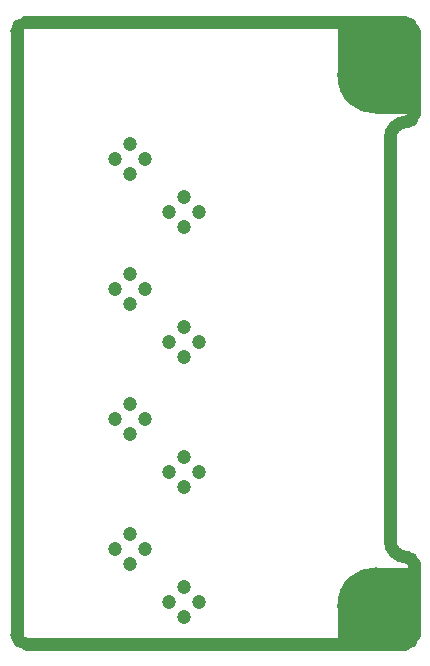
<source format=gts>
G04*
G04 #@! TF.GenerationSoftware,Altium Limited,Altium Designer,25.3.2 (17)*
G04*
G04 Layer_Color=8388736*
%FSLAX44Y44*%
%MOMM*%
G71*
G04*
G04 #@! TF.SameCoordinates,D9C597C5-9DFD-42FE-9E8E-5E5B82B02BC8*
G04*
G04*
G04 #@! TF.FilePolarity,Negative*
G04*
G01*
G75*
%ADD13C,1.0922*%
%ADD14R,3.3586X3.3626*%
%ADD15R,6.5336X4.6587*%
%ADD16R,3.3782X3.3587*%
%ADD17R,3.3565X6.5340*%
%ADD18C,1.2032*%
%ADD19C,6.5532*%
%ADD20C,0.8032*%
G36*
X336160Y522595D02*
X336164Y522595D01*
X336227Y522587D01*
X336289Y522580D01*
X336293Y522579D01*
X336297Y522579D01*
X336357Y522564D01*
X336418Y522548D01*
X336422Y522547D01*
X336426Y522546D01*
X336483Y522523D01*
X336542Y522500D01*
X336546Y522498D01*
X336549Y522496D01*
X336603Y522466D01*
X336659Y522435D01*
X336662Y522433D01*
X336665Y522431D01*
X336716Y522393D01*
X336766Y522356D01*
X336768Y522353D01*
X336772Y522351D01*
X336817Y522307D01*
X336862Y522264D01*
X336864Y522261D01*
X336867Y522258D01*
X336906Y522208D01*
X336945Y522160D01*
X336947Y522156D01*
X336949Y522153D01*
X345839Y509151D01*
X345865Y509108D01*
X345892Y509065D01*
X345899Y509050D01*
X345907Y509036D01*
X345927Y508990D01*
X345948Y508945D01*
X345953Y508929D01*
X345959Y508914D01*
X345973Y508865D01*
X345988Y508817D01*
X345990Y508802D01*
X345995Y508786D01*
X346002Y508736D01*
X346011Y508686D01*
X346011Y508670D01*
X346014Y508654D01*
X346014Y508604D01*
X346017Y508553D01*
X345963Y506176D01*
X345960Y506145D01*
X345959Y506115D01*
X345528Y500877D01*
X345523Y500845D01*
X345521Y500812D01*
X344658Y494930D01*
X344651Y494899D01*
X344647Y494868D01*
X342543Y484836D01*
X342537Y484813D01*
X342533Y484790D01*
X340591Y477297D01*
X340576Y477252D01*
X340563Y477207D01*
X340555Y477189D01*
X340549Y477170D01*
X340529Y477128D01*
X340510Y477085D01*
X340500Y477068D01*
X340491Y477050D01*
X340466Y477011D01*
X340441Y476971D01*
X340429Y476955D01*
X340418Y476939D01*
X340387Y476903D01*
X340358Y476867D01*
X340344Y476853D01*
X340331Y476838D01*
X340296Y476807D01*
X340262Y476774D01*
X340247Y476763D01*
X340232Y476749D01*
X340193Y476723D01*
X340155Y476695D01*
X340138Y476686D01*
X340122Y476675D01*
X340080Y476653D01*
X340039Y476631D01*
X340021Y476624D01*
X340003Y476615D01*
X339958Y476599D01*
X339915Y476582D01*
X339896Y476577D01*
X339877Y476571D01*
X339831Y476561D01*
X339786Y476550D01*
X339766Y476548D01*
X339747Y476544D01*
X339700Y476540D01*
X339653Y476535D01*
X339634Y476535D01*
X339614Y476534D01*
X339567Y476537D01*
X339520Y476538D01*
X339501Y476540D01*
X339481Y476542D01*
X339434Y476550D01*
X339388Y476557D01*
X339370Y476563D01*
X339350Y476567D01*
X339305Y476581D01*
X339260Y476594D01*
X339242Y476602D01*
X339224Y476608D01*
X339181Y476629D01*
X339138Y476647D01*
X339121Y476658D01*
X339104Y476666D01*
X339064Y476692D01*
X339024Y476716D01*
X339009Y476728D01*
X338992Y476739D01*
X338956Y476770D01*
X338920Y476799D01*
X338907Y476813D01*
X338891Y476826D01*
X338860Y476861D01*
X338828Y476895D01*
X338816Y476911D01*
X338803Y476926D01*
X338776Y476965D01*
X338749Y477002D01*
X338739Y477020D01*
X338728Y477036D01*
X338707Y477078D01*
X338684Y477119D01*
X338677Y477137D01*
X338668Y477155D01*
X338653Y477199D01*
X338635Y477243D01*
X328095Y510297D01*
X328084Y510343D01*
X328070Y510389D01*
X328068Y510407D01*
X328063Y510426D01*
X328058Y510473D01*
X328051Y510521D01*
X328050Y510539D01*
X328048Y510558D01*
X328049Y510606D01*
X328048Y510654D01*
X328050Y510672D01*
X328051Y510691D01*
X328058Y510739D01*
X328063Y510786D01*
X328068Y510805D01*
X328070Y510823D01*
X328084Y510869D01*
X328095Y510915D01*
X328102Y510933D01*
X328107Y510951D01*
X328126Y510995D01*
X328144Y511039D01*
X328153Y511056D01*
X328161Y511073D01*
X328185Y511114D01*
X328208Y511156D01*
X335252Y522128D01*
X335254Y522132D01*
X335256Y522135D01*
X335294Y522186D01*
X335331Y522236D01*
X335334Y522238D01*
X335336Y522242D01*
X335380Y522287D01*
X335423Y522331D01*
X335426Y522334D01*
X335429Y522337D01*
X335479Y522376D01*
X335527Y522414D01*
X335531Y522416D01*
X335534Y522419D01*
X335588Y522451D01*
X335642Y522483D01*
X335645Y522485D01*
X335648Y522487D01*
X335706Y522511D01*
X335764Y522536D01*
X335767Y522537D01*
X335771Y522539D01*
X335833Y522556D01*
X335892Y522573D01*
X335895Y522574D01*
X335899Y522575D01*
X335961Y522584D01*
X336023Y522593D01*
X336027Y522593D01*
X336031Y522594D01*
X336094Y522594D01*
X336157Y522595D01*
X336160Y522595D01*
D02*
G37*
G36*
X339667Y45359D02*
X339687Y45359D01*
X339732Y45353D01*
X339779Y45350D01*
X339799Y45346D01*
X339819Y45343D01*
X339864Y45332D01*
X339909Y45322D01*
X339928Y45316D01*
X339948Y45311D01*
X339992Y45293D01*
X340035Y45278D01*
X340053Y45269D01*
X340072Y45261D01*
X340112Y45239D01*
X340154Y45218D01*
X340171Y45206D01*
X340188Y45196D01*
X340225Y45169D01*
X340264Y45142D01*
X340279Y45129D01*
X340295Y45117D01*
X340328Y45085D01*
X340363Y45054D01*
X340376Y45038D01*
X340391Y45024D01*
X340419Y44988D01*
X340449Y44952D01*
X340461Y44935D01*
X340473Y44919D01*
X340497Y44880D01*
X340522Y44841D01*
X340531Y44823D01*
X340541Y44805D01*
X340560Y44763D01*
X340580Y44721D01*
X340586Y44701D01*
X340594Y44683D01*
X340607Y44638D01*
X340621Y44594D01*
X342545Y37071D01*
X342549Y37048D01*
X342555Y37025D01*
X344639Y26962D01*
X344644Y26932D01*
X344650Y26902D01*
X345505Y21009D01*
X345508Y20977D01*
X345512Y20946D01*
X345940Y15705D01*
X345940Y15675D01*
X345943Y15645D01*
X345996Y13270D01*
X345994Y13228D01*
X345995Y13186D01*
X345992Y13161D01*
X345990Y13137D01*
X345983Y13096D01*
X345978Y13054D01*
X345972Y13030D01*
X345967Y13005D01*
X345955Y12965D01*
X345944Y12925D01*
X345935Y12902D01*
X345928Y12878D01*
X345910Y12840D01*
X345894Y12802D01*
X345882Y12780D01*
X345871Y12758D01*
X345849Y12722D01*
X345828Y12686D01*
X345813Y12666D01*
X345800Y12645D01*
X345773Y12613D01*
X345748Y12580D01*
X345730Y12562D01*
X345714Y12543D01*
X345684Y12515D01*
X345654Y12485D01*
X345634Y12470D01*
X345616Y12453D01*
X345582Y12429D01*
X345549Y12404D01*
X345527Y12391D01*
X345507Y12377D01*
X345470Y12357D01*
X345434Y12336D01*
X345411Y12327D01*
X345389Y12315D01*
X345350Y12301D01*
X345311Y12284D01*
X345287Y12278D01*
X345264Y12269D01*
X345223Y12260D01*
X345183Y12249D01*
X336293Y10426D01*
X336292Y10426D01*
X336292Y10426D01*
X336213Y10415D01*
X336161Y10408D01*
X336161D01*
X336160Y10408D01*
X336066Y10407D01*
X336028Y10407D01*
X336027Y10407D01*
X336027D01*
X335954Y10417D01*
X335896Y10424D01*
X335895Y10424D01*
X335895Y10424D01*
X335822Y10443D01*
X335767Y10458D01*
X335766Y10458D01*
X335766Y10458D01*
X335694Y10487D01*
X335643Y10508D01*
X335643Y10508D01*
X335643Y10508D01*
X335589Y10539D01*
X335528Y10574D01*
X335527Y10574D01*
X335527Y10574D01*
X335468Y10619D01*
X335421Y10654D01*
X335421Y10654D01*
X335421Y10655D01*
X335362Y10713D01*
X335327Y10748D01*
X335327Y10748D01*
X335326Y10748D01*
X335284Y10803D01*
X335245Y10853D01*
X335245Y10853D01*
X335245Y10854D01*
X335210Y10913D01*
X335178Y10968D01*
X335178Y10968D01*
X335177Y10969D01*
X335153Y11028D01*
X335126Y11091D01*
X335126Y11091D01*
X335126Y11091D01*
X335112Y11143D01*
X335091Y11219D01*
X335091Y11219D01*
X335091Y11220D01*
X335082Y11284D01*
X335073Y11351D01*
Y11351D01*
X335073Y11352D01*
X335008Y12264D01*
X334861Y12800D01*
X334705Y13043D01*
X334569Y13132D01*
X334302Y13173D01*
X333777Y13088D01*
X333006Y12793D01*
X332368Y12445D01*
X332047Y11884D01*
X331721Y11113D01*
X331604Y10578D01*
X331625Y10310D01*
X331679Y10211D01*
X331837Y10097D01*
X332268Y9967D01*
X333078Y9905D01*
X333120Y9899D01*
X333163Y9895D01*
X333186Y9890D01*
X333210Y9886D01*
X333251Y9875D01*
X333293Y9865D01*
X333315Y9857D01*
X333338Y9851D01*
X333377Y9834D01*
X333417Y9819D01*
X333439Y9808D01*
X333461Y9798D01*
X333497Y9777D01*
X333535Y9757D01*
X333555Y9742D01*
X333575Y9730D01*
X333609Y9704D01*
X333644Y9679D01*
X333661Y9663D01*
X333680Y9648D01*
X333710Y9618D01*
X333741Y9589D01*
X333756Y9570D01*
X333773Y9553D01*
X333799Y9519D01*
X333826Y9486D01*
X333839Y9466D01*
X333853Y9446D01*
X333874Y9409D01*
X333897Y9373D01*
X333907Y9351D01*
X333918Y9330D01*
X333934Y9290D01*
X333952Y9252D01*
X333959Y9229D01*
X333968Y9207D01*
X333979Y9165D01*
X333991Y9125D01*
X333995Y9101D01*
X334001Y9078D01*
X334006Y9035D01*
X334013Y8993D01*
X334014Y8969D01*
X334017Y8946D01*
X334016Y8903D01*
X334018Y8860D01*
X334016Y8836D01*
X334016Y8812D01*
X334009Y8770D01*
X334005Y8727D01*
X332569Y-162D01*
X332555Y-222D01*
X332541Y-286D01*
X332539Y-289D01*
X332539Y-292D01*
X332517Y-351D01*
X332495Y-411D01*
X332494Y-414D01*
X332492Y-417D01*
X332461Y-476D01*
X332433Y-529D01*
X332432Y-532D01*
X332430Y-535D01*
X332393Y-587D01*
X332357Y-638D01*
X332355Y-640D01*
X332353Y-643D01*
X332310Y-689D01*
X332267Y-736D01*
X332264Y-738D01*
X332262Y-741D01*
X332215Y-780D01*
X332165Y-822D01*
X332162Y-824D01*
X332159Y-826D01*
X332107Y-858D01*
X332052Y-893D01*
X332049Y-895D01*
X332046Y-896D01*
X331992Y-921D01*
X331932Y-949D01*
X331928Y-950D01*
X331925Y-952D01*
X331867Y-970D01*
X331805Y-989D01*
X331801Y-990D01*
X331798Y-991D01*
X331734Y-1001D01*
X331673Y-1012D01*
X331670Y-1012D01*
X331667Y-1013D01*
X331605Y-1015D01*
X331540Y-1018D01*
X329162Y-964D01*
X329132Y-961D01*
X329102Y-961D01*
X323863Y-529D01*
X323831Y-524D01*
X323799Y-522D01*
X317917Y342D01*
X317887Y348D01*
X317856Y353D01*
X307826Y2457D01*
X307803Y2464D01*
X307780Y2468D01*
X300289Y4411D01*
X300244Y4426D01*
X300199Y4439D01*
X300181Y4447D01*
X300162Y4453D01*
X300120Y4473D01*
X300077Y4492D01*
X300060Y4502D01*
X300042Y4511D01*
X300003Y4536D01*
X299963Y4561D01*
X299947Y4573D01*
X299931Y4584D01*
X299895Y4615D01*
X299859Y4644D01*
X299845Y4658D01*
X299830Y4671D01*
X299799Y4706D01*
X299766Y4740D01*
X299755Y4756D01*
X299742Y4770D01*
X299715Y4809D01*
X299687Y4847D01*
X299678Y4864D01*
X299667Y4881D01*
X299646Y4922D01*
X299623Y4964D01*
X299616Y4982D01*
X299607Y4999D01*
X299591Y5044D01*
X299574Y5088D01*
X299569Y5107D01*
X299563Y5125D01*
X299553Y5171D01*
X299542Y5217D01*
X299540Y5236D01*
X299536Y5256D01*
X299533Y5303D01*
X299527Y5349D01*
X299528Y5369D01*
X299526Y5389D01*
X299529Y5436D01*
X299530Y5482D01*
X299533Y5502D01*
X299534Y5521D01*
X299543Y5567D01*
X299550Y5614D01*
X299555Y5633D01*
X299559Y5652D01*
X299573Y5697D01*
X299587Y5742D01*
X299594Y5760D01*
X299601Y5779D01*
X299621Y5821D01*
X299640Y5864D01*
X299650Y5881D01*
X299659Y5899D01*
X299684Y5938D01*
X299709Y5978D01*
X299721Y5993D01*
X299732Y6010D01*
X299762Y6046D01*
X299792Y6082D01*
X299806Y6096D01*
X299819Y6111D01*
X299853Y6142D01*
X299888Y6175D01*
X299904Y6187D01*
X299918Y6199D01*
X299957Y6226D01*
X299995Y6254D01*
X300012Y6263D01*
X300028Y6274D01*
X300070Y6295D01*
X300111Y6318D01*
X300130Y6325D01*
X300147Y6334D01*
X300191Y6350D01*
X300235Y6367D01*
X329259Y15611D01*
X338666Y44656D01*
X338683Y44699D01*
X338698Y44742D01*
X338708Y44760D01*
X338715Y44779D01*
X338738Y44820D01*
X338759Y44861D01*
X338770Y44878D01*
X338780Y44896D01*
X338808Y44932D01*
X338834Y44971D01*
X338848Y44986D01*
X338860Y45002D01*
X338892Y45035D01*
X338923Y45070D01*
X338938Y45083D01*
X338952Y45098D01*
X338989Y45126D01*
X339024Y45157D01*
X339041Y45168D01*
X339057Y45181D01*
X339097Y45204D01*
X339136Y45229D01*
X339154Y45238D01*
X339171Y45249D01*
X339214Y45267D01*
X339256Y45287D01*
X339275Y45293D01*
X339294Y45301D01*
X339338Y45314D01*
X339382Y45328D01*
X339403Y45332D01*
X339422Y45338D01*
X339467Y45344D01*
X339513Y45353D01*
X339534Y45354D01*
X339554Y45357D01*
X339600Y45357D01*
X339646Y45360D01*
X339667Y45359D01*
D02*
G37*
D13*
X340554Y452520D02*
G03*
X340523Y451758I9414J-762D01*
G01*
X335010Y446445D02*
G03*
X340528Y451443I-9J5555D01*
G01*
X340533Y72491D02*
G03*
X335000Y77555I-5533J-492D01*
G01*
X340533Y523583D02*
G03*
X333000Y530555I-7533J-583D01*
G01*
X334968Y446445D02*
G03*
X320556Y432038I33J-14445D01*
G01*
X320555Y92000D02*
G03*
X335000Y77555I14445J0D01*
G01*
X12000Y530555D02*
G03*
X4445Y523000I0J-7555D01*
G01*
X333000Y4445D02*
G03*
X340533Y11424I0J7555D01*
G01*
X4445Y12000D02*
G03*
X12000Y4445I7555J0D01*
G01*
X340554Y452520D02*
Y523163D01*
X340533Y11424D02*
Y72491D01*
X12000Y530555D02*
X333000D01*
X320555Y92000D02*
Y431903D01*
X12000Y4445D02*
X333000D01*
X4445Y12000D02*
Y523000D01*
D14*
X324777Y470203D02*
D03*
D15*
X308902Y508278D02*
D03*
D16*
X293125Y20222D02*
D03*
D17*
X324767Y36099D02*
D03*
D18*
X100500Y71800D02*
D03*
X87800Y84500D02*
D03*
X113200D02*
D03*
X100500Y97200D02*
D03*
X146300Y27100D02*
D03*
X133600Y39800D02*
D03*
X159000D02*
D03*
X146300Y52500D02*
D03*
X100500Y427200D02*
D03*
X113200Y414500D02*
D03*
X87800D02*
D03*
X100500Y401800D02*
D03*
X146300Y382500D02*
D03*
X159000Y369800D02*
D03*
X133600D02*
D03*
X146300Y357100D02*
D03*
X100500Y317200D02*
D03*
X113200Y304500D02*
D03*
X87800D02*
D03*
X100500Y291800D02*
D03*
X146300Y272500D02*
D03*
X159000Y259800D02*
D03*
X133600D02*
D03*
X146300Y247100D02*
D03*
X100500Y207200D02*
D03*
X113200Y194500D02*
D03*
X87800D02*
D03*
X100500Y181800D02*
D03*
X146300Y162500D02*
D03*
X159000Y149800D02*
D03*
X133600D02*
D03*
X146300Y137100D02*
D03*
X325164Y469836D02*
D03*
X292836D02*
D03*
Y502164D02*
D03*
X325164D02*
D03*
X331860Y486000D02*
D03*
X309000Y463140D02*
D03*
X286140Y486000D02*
D03*
X309000Y508860D02*
D03*
X325164Y19835D02*
D03*
X292836D02*
D03*
Y52165D02*
D03*
X325164D02*
D03*
X331860Y36000D02*
D03*
X309000Y13140D02*
D03*
X286140Y36000D02*
D03*
X309000Y58860D02*
D03*
D19*
Y486000D02*
D03*
Y36000D02*
D03*
D20*
X333114Y530371D02*
D03*
X317114Y530356D02*
D03*
X301114D02*
D03*
X285114D02*
D03*
X269114D02*
D03*
X253114D02*
D03*
X237114D02*
D03*
X221114D02*
D03*
X205114D02*
D03*
X189114D02*
D03*
X173114D02*
D03*
X157114D02*
D03*
X141114D02*
D03*
X125114D02*
D03*
X109114D02*
D03*
X93114D02*
D03*
X77114D02*
D03*
X61114D02*
D03*
X45114D02*
D03*
X29114D02*
D03*
X13114D02*
D03*
X4644Y516782D02*
D03*
Y500782D02*
D03*
Y484782D02*
D03*
Y468782D02*
D03*
Y452782D02*
D03*
Y436782D02*
D03*
Y420782D02*
D03*
Y404782D02*
D03*
Y388782D02*
D03*
Y372782D02*
D03*
Y356782D02*
D03*
Y340782D02*
D03*
Y324782D02*
D03*
Y308782D02*
D03*
Y292782D02*
D03*
Y276782D02*
D03*
Y260782D02*
D03*
Y244782D02*
D03*
Y228782D02*
D03*
Y212782D02*
D03*
Y196782D02*
D03*
Y180782D02*
D03*
Y164782D02*
D03*
Y148782D02*
D03*
Y132782D02*
D03*
Y116782D02*
D03*
Y100782D02*
D03*
Y84782D02*
D03*
Y68782D02*
D03*
Y52782D02*
D03*
Y36782D02*
D03*
Y20782D02*
D03*
X8860Y5348D02*
D03*
X24845Y4644D02*
D03*
X40845D02*
D03*
X56845D02*
D03*
X72845D02*
D03*
X88845D02*
D03*
X104845D02*
D03*
X120845D02*
D03*
X136845D02*
D03*
X152845D02*
D03*
X168845D02*
D03*
X184845D02*
D03*
X200845D02*
D03*
X216845D02*
D03*
X232845D02*
D03*
X248845D02*
D03*
X264845D02*
D03*
X280845D02*
D03*
X340335Y63779D02*
D03*
X332650Y77812D02*
D03*
X321004Y88783D02*
D03*
X320356Y104770D02*
D03*
Y120770D02*
D03*
Y136770D02*
D03*
Y152770D02*
D03*
Y168770D02*
D03*
Y184770D02*
D03*
Y200770D02*
D03*
Y216770D02*
D03*
Y232770D02*
D03*
Y248770D02*
D03*
Y264770D02*
D03*
Y280770D02*
D03*
Y296770D02*
D03*
Y312770D02*
D03*
Y328770D02*
D03*
Y344770D02*
D03*
Y360770D02*
D03*
Y376770D02*
D03*
Y392770D02*
D03*
Y408770D02*
D03*
Y424770D02*
D03*
X323615Y440435D02*
D03*
X337961Y447520D02*
D03*
X340355Y463340D02*
D03*
Y511339D02*
D03*
M02*

</source>
